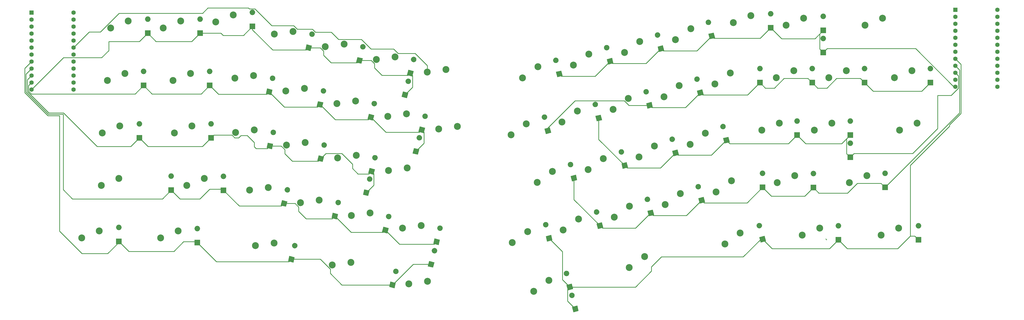
<source format=gbr>
%TF.GenerationSoftware,KiCad,Pcbnew,(5.1.7)-1*%
%TF.CreationDate,2021-08-08T11:48:14+10:00*%
%TF.ProjectId,ume,756d652e-6b69-4636-9164-5f7063625858,rev?*%
%TF.SameCoordinates,Original*%
%TF.FileFunction,Copper,L2,Bot*%
%TF.FilePolarity,Positive*%
%FSLAX46Y46*%
G04 Gerber Fmt 4.6, Leading zero omitted, Abs format (unit mm)*
G04 Created by KiCad (PCBNEW (5.1.7)-1) date 2021-08-08 11:48:14*
%MOMM*%
%LPD*%
G01*
G04 APERTURE LIST*
%TA.AperFunction,ComponentPad*%
%ADD10C,1.600000*%
%TD*%
%TA.AperFunction,ComponentPad*%
%ADD11R,1.600000X1.600000*%
%TD*%
%TA.AperFunction,ComponentPad*%
%ADD12C,2.500000*%
%TD*%
%TA.AperFunction,ComponentPad*%
%ADD13C,0.100000*%
%TD*%
%TA.AperFunction,ComponentPad*%
%ADD14O,2.000000X2.000000*%
%TD*%
%TA.AperFunction,ComponentPad*%
%ADD15R,2.000000X2.000000*%
%TD*%
%TA.AperFunction,Conductor*%
%ADD16C,0.250000*%
%TD*%
G04 APERTURE END LIST*
D10*
%TO.P,U2,24*%
%TO.N,Net-(U2-Pad24)*%
X388920000Y-95330000D03*
%TO.P,U2,23*%
%TO.N,Net-(U2-Pad23)*%
X388920000Y-97870000D03*
%TO.P,U2,22*%
%TO.N,Net-(U2-Pad22)*%
X388920000Y-100410000D03*
%TO.P,U2,21*%
%TO.N,Net-(U2-Pad21)*%
X388920000Y-102950000D03*
%TO.P,U2,20*%
%TO.N,Net-(U2-Pad20)*%
X388920000Y-105490000D03*
%TO.P,U2,19*%
%TO.N,Net-(SW32-Pad1)*%
X388920000Y-108030000D03*
%TO.P,U2,18*%
%TO.N,Net-(SW37-Pad1)*%
X388920000Y-110570000D03*
%TO.P,U2,17*%
%TO.N,Net-(SW42-Pad1)*%
X388920000Y-113110000D03*
%TO.P,U2,16*%
%TO.N,Net-(SW46-Pad1)*%
X388920000Y-115650000D03*
%TO.P,U2,15*%
%TO.N,Net-(SW50-Pad1)*%
X388920000Y-118190000D03*
%TO.P,U2,14*%
%TO.N,Net-(SW55-Pad1)*%
X388920000Y-120730000D03*
%TO.P,U2,13*%
%TO.N,Net-(SW60-Pad1)*%
X388920000Y-123270000D03*
%TO.P,U2,12*%
%TO.N,Net-(D32-Pad1)*%
X373680000Y-123270000D03*
%TO.P,U2,11*%
%TO.N,Net-(D33-Pad1)*%
X373680000Y-120730000D03*
%TO.P,U2,10*%
%TO.N,Net-(D34-Pad1)*%
X373680000Y-118190000D03*
%TO.P,U2,9*%
%TO.N,Net-(D35-Pad1)*%
X373680000Y-115650000D03*
%TO.P,U2,8*%
%TO.N,Net-(D36-Pad1)*%
X373680000Y-113110000D03*
%TO.P,U2,7*%
%TO.N,Net-(U2-Pad7)*%
X373680000Y-110570000D03*
%TO.P,U2,6*%
%TO.N,Net-(U2-Pad6)*%
X373680000Y-108030000D03*
%TO.P,U2,5*%
%TO.N,Net-(U2-Pad5)*%
X373680000Y-105490000D03*
%TO.P,U2,4*%
%TO.N,Net-(U2-Pad4)*%
X373680000Y-102950000D03*
%TO.P,U2,3*%
%TO.N,Net-(U2-Pad3)*%
X373680000Y-100410000D03*
%TO.P,U2,2*%
%TO.N,Net-(U2-Pad2)*%
X373680000Y-97870000D03*
D11*
%TO.P,U2,1*%
%TO.N,Net-(U2-Pad1)*%
X373680000Y-95330000D03*
%TD*%
D12*
%TO.P,SW61,2*%
%TO.N,Net-(D61-Pad2)*%
X357940000Y-117470000D03*
%TO.P,SW61,1*%
%TO.N,Net-(SW60-Pad1)*%
X351590000Y-120010000D03*
%TD*%
%TO.P,SW16,2*%
%TO.N,Net-(D16-Pad2)*%
X133512813Y-103191952D03*
%TO.P,SW16,1*%
%TO.N,Net-(SW16-Pad1)*%
X126736954Y-104120299D03*
%TD*%
%TO.P,SW1,2*%
%TO.N,Net-(D1-Pad2)*%
X73740000Y-99420000D03*
%TO.P,SW1,1*%
%TO.N,Net-(SW1-Pad1)*%
X67390000Y-101960000D03*
%TD*%
%TO.P,SW65,2*%
%TO.N,Net-(D65-Pad2)*%
X260975815Y-184922343D03*
%TO.P,SW65,1*%
%TO.N,Net-(SW42-Pad1)*%
X255428919Y-188923098D03*
%TD*%
%TO.P,SW59,2*%
%TO.N,Net-(D59-Pad2)*%
X324510000Y-174620000D03*
%TO.P,SW59,1*%
%TO.N,Net-(SW55-Pad1)*%
X318160000Y-177160000D03*
%TD*%
%TO.P,SW64,2*%
%TO.N,Net-(D64-Pad2)*%
X353090000Y-174620000D03*
%TO.P,SW64,1*%
%TO.N,Net-(SW60-Pad1)*%
X346740000Y-177160000D03*
%TD*%
%TO.P,SW62,2*%
%TO.N,Net-(D62-Pad2)*%
X359840000Y-136520000D03*
%TO.P,SW62,1*%
%TO.N,Net-(SW60-Pad1)*%
X353490000Y-139060000D03*
%TD*%
%TO.P,SW63,2*%
%TO.N,Net-(D63-Pad2)*%
X341640000Y-155570000D03*
%TO.P,SW63,1*%
%TO.N,Net-(SW60-Pad1)*%
X335290000Y-158110000D03*
%TD*%
%TO.P,SW10,2*%
%TO.N,Net-(D10-Pad2)*%
X91840000Y-175620000D03*
%TO.P,SW10,1*%
%TO.N,Net-(SW10-Pad1)*%
X85490000Y-178160000D03*
%TD*%
%TO.P,SW5,2*%
%TO.N,Net-(D5-Pad2)*%
X63240000Y-175620000D03*
%TO.P,SW5,1*%
%TO.N,Net-(SW1-Pad1)*%
X56890000Y-178160000D03*
%TD*%
%TO.P,SW60,2*%
%TO.N,Net-(D60-Pad2)*%
X347240000Y-98420000D03*
%TO.P,SW60,1*%
%TO.N,Net-(SW60-Pad1)*%
X340890000Y-100960000D03*
%TD*%
%TO.P,SW20,2*%
%TO.N,Net-(D20-Pad2)*%
X154460496Y-187025579D03*
%TO.P,SW20,1*%
%TO.N,Net-(SW16-Pad1)*%
X147684637Y-187953926D03*
%TD*%
%TO.P,SW4,2*%
%TO.N,Net-(D4-Pad2)*%
X70340000Y-156570000D03*
%TO.P,SW4,1*%
%TO.N,Net-(SW1-Pad1)*%
X63990000Y-159110000D03*
%TD*%
%TO.P,SW3,2*%
%TO.N,Net-(D3-Pad2)*%
X70640000Y-137520000D03*
%TO.P,SW3,1*%
%TO.N,Net-(SW1-Pad1)*%
X64290000Y-140060000D03*
%TD*%
%TO.P,SW2,2*%
%TO.N,Net-(D2-Pad2)*%
X72540000Y-118470000D03*
%TO.P,SW2,1*%
%TO.N,Net-(SW1-Pad1)*%
X66190000Y-121010000D03*
%TD*%
%TO.P,SW6,2*%
%TO.N,Net-(D6-Pad2)*%
X92790000Y-99420000D03*
%TO.P,SW6,1*%
%TO.N,Net-(SW10-Pad1)*%
X86440000Y-101960000D03*
%TD*%
%TO.P,SW7,2*%
%TO.N,Net-(D7-Pad2)*%
X96340000Y-118470000D03*
%TO.P,SW7,1*%
%TO.N,Net-(SW10-Pad1)*%
X89990000Y-121010000D03*
%TD*%
%TO.P,SW8,2*%
%TO.N,Net-(D8-Pad2)*%
X96840000Y-137520000D03*
%TO.P,SW8,1*%
%TO.N,Net-(SW10-Pad1)*%
X90490000Y-140060000D03*
%TD*%
%TO.P,SW9,2*%
%TO.N,Net-(D9-Pad2)*%
X101290000Y-156570000D03*
%TO.P,SW9,1*%
%TO.N,Net-(SW10-Pad1)*%
X94940000Y-159110000D03*
%TD*%
%TO.P,SW11,2*%
%TO.N,Net-(D11-Pad2)*%
X111840000Y-97220000D03*
%TO.P,SW11,1*%
%TO.N,Net-(SW11-Pad1)*%
X105490000Y-99760000D03*
%TD*%
%TO.P,SW12,2*%
%TO.N,Net-(D12-Pad2)*%
X119201244Y-119256867D03*
%TO.P,SW12,1*%
%TO.N,Net-(SW11-Pad1)*%
X112425385Y-120185214D03*
%TD*%
%TO.P,SW13,2*%
%TO.N,Net-(D13-Pad2)*%
X119444110Y-138950610D03*
%TO.P,SW13,1*%
%TO.N,Net-(SW11-Pad1)*%
X112668251Y-139878957D03*
%TD*%
%TO.P,SW14,2*%
%TO.N,Net-(D14-Pad2)*%
X124489941Y-159841866D03*
%TO.P,SW14,1*%
%TO.N,Net-(SW11-Pad1)*%
X117714082Y-160770213D03*
%TD*%
%TO.P,SW15,2*%
%TO.N,Net-(D15-Pad2)*%
X126673399Y-180019453D03*
%TO.P,SW15,1*%
%TO.N,Net-(SW11-Pad1)*%
X119897540Y-180947800D03*
%TD*%
%TO.P,SW17,2*%
%TO.N,Net-(D17-Pad2)*%
X137685377Y-123865479D03*
%TO.P,SW17,1*%
%TO.N,Net-(SW16-Pad1)*%
X130909518Y-124793826D03*
%TD*%
%TO.P,SW18,2*%
%TO.N,Net-(D18-Pad2)*%
X137928244Y-143559222D03*
%TO.P,SW18,1*%
%TO.N,Net-(SW16-Pad1)*%
X131152385Y-144487569D03*
%TD*%
%TO.P,SW19,2*%
%TO.N,Net-(D19-Pad2)*%
X142974074Y-164450478D03*
%TO.P,SW19,1*%
%TO.N,Net-(SW16-Pad1)*%
X136198215Y-165378825D03*
%TD*%
%TO.P,SW21,2*%
%TO.N,Net-(D21-Pad2)*%
X151996947Y-107800564D03*
%TO.P,SW21,1*%
%TO.N,Net-(SW21-Pad1)*%
X145221088Y-108728911D03*
%TD*%
%TO.P,SW22,2*%
%TO.N,Net-(D22-Pad2)*%
X156169511Y-128474091D03*
%TO.P,SW22,1*%
%TO.N,Net-(SW21-Pad1)*%
X149393652Y-129402438D03*
%TD*%
%TO.P,SW23,2*%
%TO.N,Net-(D23-Pad2)*%
X156412378Y-148167834D03*
%TO.P,SW23,1*%
%TO.N,Net-(SW21-Pad1)*%
X149636519Y-149096181D03*
%TD*%
%TO.P,SW24,2*%
%TO.N,Net-(D24-Pad2)*%
X161458208Y-169059090D03*
%TO.P,SW24,1*%
%TO.N,Net-(SW21-Pad1)*%
X154682349Y-169987437D03*
%TD*%
%TO.P,SW25,2*%
%TO.N,Net-(D25-Pad2)*%
X182247594Y-193931704D03*
%TO.P,SW25,1*%
%TO.N,Net-(SW21-Pad1)*%
X175471735Y-194860051D03*
%TD*%
%TO.P,SW26,2*%
%TO.N,Net-(D26-Pad2)*%
X170481080Y-112409176D03*
%TO.P,SW26,1*%
%TO.N,Net-(SW26-Pad1)*%
X163705221Y-113337523D03*
%TD*%
%TO.P,SW27,2*%
%TO.N,Net-(D27-Pad2)*%
X174653645Y-133082703D03*
%TO.P,SW27,1*%
%TO.N,Net-(SW26-Pad1)*%
X167877786Y-134011050D03*
%TD*%
%TO.P,SW28,2*%
%TO.N,Net-(D28-Pad2)*%
X174896511Y-152776446D03*
%TO.P,SW28,1*%
%TO.N,Net-(SW26-Pad1)*%
X168120652Y-153704793D03*
%TD*%
%TO.P,SW29,2*%
%TO.N,Net-(D29-Pad2)*%
X179942342Y-173667703D03*
%TO.P,SW29,1*%
%TO.N,Net-(SW26-Pad1)*%
X173166483Y-174596050D03*
%TD*%
%TO.P,SW30,2*%
%TO.N,Net-(D30-Pad2)*%
X188965214Y-117017788D03*
%TO.P,SW30,1*%
%TO.N,Net-(SW30-Pad1)*%
X182189355Y-117946135D03*
%TD*%
%TO.P,SW31,2*%
%TO.N,Net-(D31-Pad2)*%
X193137778Y-137691315D03*
%TO.P,SW31,1*%
%TO.N,Net-(SW30-Pad1)*%
X186361919Y-138619662D03*
%TD*%
%TO.P,SW32,2*%
%TO.N,Net-(D32-Pad2)*%
X222283070Y-116037831D03*
%TO.P,SW32,1*%
%TO.N,Net-(SW32-Pad1)*%
X216736174Y-120038586D03*
%TD*%
%TO.P,SW33,2*%
%TO.N,Net-(D33-Pad2)*%
X218110506Y-136711358D03*
%TO.P,SW33,1*%
%TO.N,Net-(SW32-Pad1)*%
X212563610Y-140712113D03*
%TD*%
%TO.P,SW34,2*%
%TO.N,Net-(D34-Pad2)*%
X236594639Y-132102746D03*
%TO.P,SW34,1*%
%TO.N,Net-(SW32-Pad1)*%
X231047743Y-136103501D03*
%TD*%
%TO.P,SW35,2*%
%TO.N,Net-(D35-Pad2)*%
X227570596Y-153985882D03*
%TO.P,SW35,1*%
%TO.N,Net-(SW32-Pad1)*%
X222023700Y-157986637D03*
%TD*%
%TO.P,SW36,2*%
%TO.N,Net-(D36-Pad2)*%
X218546553Y-175869018D03*
%TO.P,SW36,1*%
%TO.N,Net-(SW32-Pad1)*%
X212999657Y-179869773D03*
%TD*%
%TO.P,SW37,2*%
%TO.N,Net-(D37-Pad2)*%
X240767203Y-111429219D03*
%TO.P,SW37,1*%
%TO.N,Net-(SW37-Pad1)*%
X235220307Y-115429974D03*
%TD*%
%TO.P,SW38,2*%
%TO.N,Net-(D38-Pad2)*%
X255078773Y-127494133D03*
%TO.P,SW38,1*%
%TO.N,Net-(SW37-Pad1)*%
X249531877Y-131494888D03*
%TD*%
%TO.P,SW39,2*%
%TO.N,Net-(D39-Pad2)*%
X246054730Y-149377270D03*
%TO.P,SW39,1*%
%TO.N,Net-(SW37-Pad1)*%
X240507834Y-153378025D03*
%TD*%
%TO.P,SW40,2*%
%TO.N,Net-(D40-Pad2)*%
X237030687Y-171260406D03*
%TO.P,SW40,1*%
%TO.N,Net-(SW37-Pad1)*%
X231483791Y-175261161D03*
%TD*%
%TO.P,SW41,2*%
%TO.N,Net-(D41-Pad2)*%
X226321974Y-193562516D03*
%TO.P,SW41,1*%
%TO.N,Net-(SW37-Pad1)*%
X220775078Y-197563271D03*
%TD*%
%TO.P,SW42,2*%
%TO.N,Net-(D43-Pad2)*%
X259251337Y-106820607D03*
%TO.P,SW42,1*%
%TO.N,Net-(SW42-Pad1)*%
X253704441Y-110821362D03*
%TD*%
%TO.P,SW43,2*%
%TO.N,Net-(D44-Pad2)*%
X273562906Y-122885521D03*
%TO.P,SW43,1*%
%TO.N,Net-(SW42-Pad1)*%
X268016010Y-126886276D03*
%TD*%
%TO.P,SW44,2*%
%TO.N,Net-(D45-Pad2)*%
X264538863Y-144768658D03*
%TO.P,SW44,1*%
%TO.N,Net-(SW42-Pad1)*%
X258991967Y-148769413D03*
%TD*%
%TO.P,SW45,2*%
%TO.N,Net-(D42-Pad2)*%
X255514821Y-166651794D03*
%TO.P,SW45,1*%
%TO.N,Net-(SW42-Pad1)*%
X249967925Y-170652549D03*
%TD*%
%TO.P,SW46,2*%
%TO.N,Net-(D46-Pad2)*%
X277735470Y-102211995D03*
%TO.P,SW46,1*%
%TO.N,Net-(SW46-Pad1)*%
X272188574Y-106212750D03*
%TD*%
%TO.P,SW47,2*%
%TO.N,Net-(D47-Pad2)*%
X292047040Y-118276909D03*
%TO.P,SW47,1*%
%TO.N,Net-(SW46-Pad1)*%
X286500144Y-122277664D03*
%TD*%
%TO.P,SW48,2*%
%TO.N,Net-(D48-Pad2)*%
X283022997Y-140160045D03*
%TO.P,SW48,1*%
%TO.N,Net-(SW46-Pad1)*%
X277476101Y-144160800D03*
%TD*%
%TO.P,SW49,2*%
%TO.N,Net-(D49-Pad2)*%
X273998954Y-162043182D03*
%TO.P,SW49,1*%
%TO.N,Net-(SW46-Pad1)*%
X268452058Y-166043937D03*
%TD*%
%TO.P,SW50,2*%
%TO.N,Net-(D50-Pad2)*%
X299537490Y-97457231D03*
%TO.P,SW50,1*%
%TO.N,Net-(SW50-Pad1)*%
X293187490Y-99997231D03*
%TD*%
%TO.P,SW51,2*%
%TO.N,Net-(D51-Pad2)*%
X315090000Y-117470000D03*
%TO.P,SW51,1*%
%TO.N,Net-(SW50-Pad1)*%
X308740000Y-120010000D03*
%TD*%
%TO.P,SW52,2*%
%TO.N,Net-(D52-Pad2)*%
X309840000Y-136520000D03*
%TO.P,SW52,1*%
%TO.N,Net-(SW50-Pad1)*%
X303490000Y-139060000D03*
%TD*%
%TO.P,SW53,2*%
%TO.N,Net-(D53-Pad2)*%
X292483088Y-157434570D03*
%TO.P,SW53,1*%
%TO.N,Net-(SW50-Pad1)*%
X286936192Y-161435325D03*
%TD*%
%TO.P,SW54,2*%
%TO.N,Net-(D54-Pad2)*%
X295658941Y-176347785D03*
%TO.P,SW54,1*%
%TO.N,Net-(SW50-Pad1)*%
X290112045Y-180348540D03*
%TD*%
%TO.P,SW55,2*%
%TO.N,Net-(D55-Pad2)*%
X318640000Y-98420000D03*
%TO.P,SW55,1*%
%TO.N,Net-(SW55-Pad1)*%
X312290000Y-100960000D03*
%TD*%
%TO.P,SW56,2*%
%TO.N,Net-(D56-Pad2)*%
X334140000Y-117470000D03*
%TO.P,SW56,1*%
%TO.N,Net-(SW55-Pad1)*%
X327790000Y-120010000D03*
%TD*%
%TO.P,SW57,2*%
%TO.N,Net-(D57-Pad2)*%
X328890000Y-136520000D03*
%TO.P,SW57,1*%
%TO.N,Net-(SW55-Pad1)*%
X322540000Y-139060000D03*
%TD*%
%TO.P,SW58,2*%
%TO.N,Net-(D58-Pad2)*%
X315440000Y-155570000D03*
%TO.P,SW58,1*%
%TO.N,Net-(SW55-Pad1)*%
X309090000Y-158110000D03*
%TD*%
%TO.P,D65,2*%
%TO.N,Net-(D65-Pad2)*%
%TA.AperFunction,ComponentPad*%
G36*
G01*
X234884594Y-199962405D02*
X234884594Y-199962405D01*
G75*
G02*
X233672376Y-199234031I-241922J970296D01*
G01*
X233672376Y-199234031D01*
G75*
G02*
X234400750Y-198021813I970296J241922D01*
G01*
X234400750Y-198021813D01*
G75*
G02*
X235612968Y-198750187I241922J-970296D01*
G01*
X235612968Y-198750187D01*
G75*
G02*
X234884594Y-199962405I-970296J-241922D01*
G01*
G37*
%TD.AperFunction*%
%TA.AperFunction,ComponentPad*%
D13*
%TO.P,D65,1*%
%TO.N,Net-(D36-Pad1)*%
G36*
X237083853Y-204649585D02*
G01*
X235143261Y-205133429D01*
X234659417Y-203192837D01*
X236600009Y-202708993D01*
X237083853Y-204649585D01*
G37*
%TD.AperFunction*%
%TD*%
D11*
%TO.P,U1,1*%
%TO.N,Net-(U1-Pad1)*%
X38680000Y-96330000D03*
D10*
%TO.P,U1,2*%
%TO.N,Net-(U1-Pad2)*%
X38680000Y-98870000D03*
%TO.P,U1,3*%
%TO.N,Net-(U1-Pad3)*%
X38680000Y-101410000D03*
%TO.P,U1,4*%
%TO.N,Net-(U1-Pad4)*%
X38680000Y-103950000D03*
%TO.P,U1,5*%
%TO.N,Net-(U1-Pad5)*%
X38680000Y-106490000D03*
%TO.P,U1,6*%
%TO.N,Net-(U1-Pad6)*%
X38680000Y-109030000D03*
%TO.P,U1,7*%
%TO.N,Net-(U1-Pad7)*%
X38680000Y-111570000D03*
%TO.P,U1,8*%
%TO.N,Net-(D10-Pad1)*%
X38680000Y-114110000D03*
%TO.P,U1,9*%
%TO.N,Net-(D14-Pad1)*%
X38680000Y-116650000D03*
%TO.P,U1,10*%
%TO.N,Net-(D13-Pad1)*%
X38680000Y-119190000D03*
%TO.P,U1,11*%
%TO.N,Net-(D12-Pad1)*%
X38680000Y-121730000D03*
%TO.P,U1,12*%
%TO.N,Net-(D1-Pad1)*%
X38680000Y-124270000D03*
%TO.P,U1,13*%
%TO.N,Net-(SW1-Pad1)*%
X53920000Y-124270000D03*
%TO.P,U1,14*%
%TO.N,Net-(SW10-Pad1)*%
X53920000Y-121730000D03*
%TO.P,U1,15*%
%TO.N,Net-(SW11-Pad1)*%
X53920000Y-119190000D03*
%TO.P,U1,16*%
%TO.N,Net-(SW16-Pad1)*%
X53920000Y-116650000D03*
%TO.P,U1,17*%
%TO.N,Net-(SW21-Pad1)*%
X53920000Y-114110000D03*
%TO.P,U1,18*%
%TO.N,Net-(SW26-Pad1)*%
X53920000Y-111570000D03*
%TO.P,U1,19*%
%TO.N,Net-(SW30-Pad1)*%
X53920000Y-109030000D03*
%TO.P,U1,20*%
%TO.N,Net-(U1-Pad20)*%
X53920000Y-106490000D03*
%TO.P,U1,21*%
%TO.N,Net-(U1-Pad21)*%
X53920000Y-103950000D03*
%TO.P,U1,22*%
%TO.N,Net-(U1-Pad22)*%
X53920000Y-101410000D03*
%TO.P,U1,23*%
%TO.N,Net-(U1-Pad23)*%
X53920000Y-98870000D03*
%TO.P,U1,24*%
%TO.N,Net-(U1-Pad24)*%
X53920000Y-96330000D03*
%TD*%
D14*
%TO.P,D64,2*%
%TO.N,Net-(D64-Pad2)*%
X360300000Y-173720000D03*
D15*
%TO.P,D64,1*%
%TO.N,Net-(D36-Pad1)*%
X360300000Y-178800000D03*
%TD*%
D14*
%TO.P,D63,2*%
%TO.N,Net-(D63-Pad2)*%
X348200000Y-154720000D03*
D15*
%TO.P,D63,1*%
%TO.N,Net-(D35-Pad1)*%
X348200000Y-159800000D03*
%TD*%
D14*
%TO.P,D62,2*%
%TO.N,Net-(D62-Pad2)*%
X335600000Y-143800000D03*
D15*
%TO.P,D62,1*%
%TO.N,Net-(D34-Pad1)*%
X335600000Y-148880000D03*
%TD*%
D14*
%TO.P,D61,2*%
%TO.N,Net-(D61-Pad2)*%
X364600000Y-116720000D03*
D15*
%TO.P,D61,1*%
%TO.N,Net-(D33-Pad1)*%
X364600000Y-121800000D03*
%TD*%
D14*
%TO.P,D60,2*%
%TO.N,Net-(D60-Pad2)*%
X325800000Y-105800000D03*
D15*
%TO.P,D60,1*%
%TO.N,Net-(D32-Pad1)*%
X325800000Y-110880000D03*
%TD*%
D14*
%TO.P,D59,2*%
%TO.N,Net-(D59-Pad2)*%
X331300000Y-173720000D03*
D15*
%TO.P,D59,1*%
%TO.N,Net-(D36-Pad1)*%
X331300000Y-178800000D03*
%TD*%
D14*
%TO.P,D58,2*%
%TO.N,Net-(D58-Pad2)*%
X322200000Y-154800000D03*
D15*
%TO.P,D58,1*%
%TO.N,Net-(D35-Pad1)*%
X322200000Y-159880000D03*
%TD*%
D14*
%TO.P,D57,2*%
%TO.N,Net-(D57-Pad2)*%
X335600000Y-135720000D03*
D15*
%TO.P,D57,1*%
%TO.N,Net-(D34-Pad1)*%
X335600000Y-140800000D03*
%TD*%
D14*
%TO.P,D56,2*%
%TO.N,Net-(D56-Pad2)*%
X340800000Y-116720000D03*
D15*
%TO.P,D56,1*%
%TO.N,Net-(D33-Pad1)*%
X340800000Y-121800000D03*
%TD*%
D14*
%TO.P,D55,2*%
%TO.N,Net-(D55-Pad2)*%
X325800000Y-97720000D03*
D15*
%TO.P,D55,1*%
%TO.N,Net-(D32-Pad1)*%
X325800000Y-102800000D03*
%TD*%
%TO.P,D54,2*%
%TO.N,Net-(D54-Pad2)*%
%TA.AperFunction,ComponentPad*%
G36*
G01*
X302824511Y-174664271D02*
X302824511Y-174664271D01*
G75*
G02*
X301612293Y-173935897I-241922J970296D01*
G01*
X301612293Y-173935897D01*
G75*
G02*
X302340667Y-172723679I970296J241922D01*
G01*
X302340667Y-172723679D01*
G75*
G02*
X303552885Y-173452053I241922J-970296D01*
G01*
X303552885Y-173452053D01*
G75*
G02*
X302824511Y-174664271I-970296J-241922D01*
G01*
G37*
%TD.AperFunction*%
%TA.AperFunction,ComponentPad*%
D13*
%TO.P,D54,1*%
%TO.N,Net-(D36-Pad1)*%
G36*
X305023770Y-179351451D02*
G01*
X303083178Y-179835295D01*
X302599334Y-177894703D01*
X304539926Y-177410859D01*
X305023770Y-179351451D01*
G37*
%TD.AperFunction*%
%TD*%
D14*
%TO.P,D53,2*%
%TO.N,Net-(D53-Pad2)*%
X303800000Y-154720000D03*
D15*
%TO.P,D53,1*%
%TO.N,Net-(D35-Pad1)*%
X303800000Y-159800000D03*
%TD*%
D14*
%TO.P,D52,2*%
%TO.N,Net-(D52-Pad2)*%
X316300000Y-135720000D03*
D15*
%TO.P,D52,1*%
%TO.N,Net-(D34-Pad1)*%
X316300000Y-140800000D03*
%TD*%
D14*
%TO.P,D51,2*%
%TO.N,Net-(D51-Pad2)*%
X321800000Y-116720000D03*
D15*
%TO.P,D51,1*%
%TO.N,Net-(D33-Pad1)*%
X321800000Y-121800000D03*
%TD*%
D14*
%TO.P,D50,2*%
%TO.N,Net-(D50-Pad2)*%
X306747490Y-96757230D03*
D15*
%TO.P,D50,1*%
%TO.N,Net-(D32-Pad1)*%
X306747490Y-101837230D03*
%TD*%
%TO.P,D49,2*%
%TO.N,Net-(D49-Pad2)*%
%TA.AperFunction,ComponentPad*%
G36*
G01*
X280691471Y-160529143D02*
X280691471Y-160529143D01*
G75*
G02*
X279479253Y-159800769I-241922J970296D01*
G01*
X279479253Y-159800769D01*
G75*
G02*
X280207627Y-158588551I970296J241922D01*
G01*
X280207627Y-158588551D01*
G75*
G02*
X281419845Y-159316925I241922J-970296D01*
G01*
X281419845Y-159316925D01*
G75*
G02*
X280691471Y-160529143I-970296J-241922D01*
G01*
G37*
%TD.AperFunction*%
%TA.AperFunction,ComponentPad*%
D13*
%TO.P,D49,1*%
%TO.N,Net-(D35-Pad1)*%
G36*
X282890730Y-165216323D02*
G01*
X280950138Y-165700167D01*
X280466294Y-163759575D01*
X282406886Y-163275731D01*
X282890730Y-165216323D01*
G37*
%TD.AperFunction*%
%TD*%
%TO.P,D48,2*%
%TO.N,Net-(D48-Pad2)*%
%TA.AperFunction,ComponentPad*%
G36*
G01*
X289679096Y-138706617D02*
X289679096Y-138706617D01*
G75*
G02*
X288466878Y-137978243I-241922J970296D01*
G01*
X288466878Y-137978243D01*
G75*
G02*
X289195252Y-136766025I970296J241922D01*
G01*
X289195252Y-136766025D01*
G75*
G02*
X290407470Y-137494399I241922J-970296D01*
G01*
X290407470Y-137494399D01*
G75*
G02*
X289679096Y-138706617I-970296J-241922D01*
G01*
G37*
%TD.AperFunction*%
%TA.AperFunction,ComponentPad*%
%TO.P,D48,1*%
%TO.N,Net-(D34-Pad1)*%
G36*
X291878355Y-143393797D02*
G01*
X289937763Y-143877641D01*
X289453919Y-141937049D01*
X291394511Y-141453205D01*
X291878355Y-143393797D01*
G37*
%TD.AperFunction*%
%TD*%
D14*
%TO.P,D47,2*%
%TO.N,Net-(D47-Pad2)*%
X302800000Y-116720000D03*
D15*
%TO.P,D47,1*%
%TO.N,Net-(D33-Pad1)*%
X302800000Y-121800000D03*
%TD*%
%TO.P,D46,2*%
%TO.N,Net-(D46-Pad2)*%
%TA.AperFunction,ComponentPad*%
G36*
G01*
X284367246Y-100867692D02*
X284367246Y-100867692D01*
G75*
G02*
X283155028Y-100139318I-241922J970296D01*
G01*
X283155028Y-100139318D01*
G75*
G02*
X283883402Y-98927100I970296J241922D01*
G01*
X283883402Y-98927100D01*
G75*
G02*
X285095620Y-99655474I241922J-970296D01*
G01*
X285095620Y-99655474D01*
G75*
G02*
X284367246Y-100867692I-970296J-241922D01*
G01*
G37*
%TD.AperFunction*%
%TA.AperFunction,ComponentPad*%
D13*
%TO.P,D46,1*%
%TO.N,Net-(D32-Pad1)*%
G36*
X286566505Y-105554872D02*
G01*
X284625913Y-106038716D01*
X284142069Y-104098124D01*
X286082661Y-103614280D01*
X286566505Y-105554872D01*
G37*
%TD.AperFunction*%
%TD*%
%TO.P,D45,2*%
%TO.N,Net-(D45-Pad2)*%
%TA.AperFunction,ComponentPad*%
G36*
G01*
X271243477Y-143303133D02*
X271243477Y-143303133D01*
G75*
G02*
X270031259Y-142574759I-241922J970296D01*
G01*
X270031259Y-142574759D01*
G75*
G02*
X270759633Y-141362541I970296J241922D01*
G01*
X270759633Y-141362541D01*
G75*
G02*
X271971851Y-142090915I241922J-970296D01*
G01*
X271971851Y-142090915D01*
G75*
G02*
X271243477Y-143303133I-970296J-241922D01*
G01*
G37*
%TD.AperFunction*%
%TA.AperFunction,ComponentPad*%
%TO.P,D45,1*%
%TO.N,Net-(D34-Pad1)*%
G36*
X273442736Y-147990313D02*
G01*
X271502144Y-148474157D01*
X271018300Y-146533565D01*
X272958892Y-146049721D01*
X273442736Y-147990313D01*
G37*
%TD.AperFunction*%
%TD*%
%TO.P,D44,2*%
%TO.N,Net-(D44-Pad2)*%
%TA.AperFunction,ComponentPad*%
G36*
G01*
X280231101Y-121480608D02*
X280231101Y-121480608D01*
G75*
G02*
X279018883Y-120752234I-241922J970296D01*
G01*
X279018883Y-120752234D01*
G75*
G02*
X279747257Y-119540016I970296J241922D01*
G01*
X279747257Y-119540016D01*
G75*
G02*
X280959475Y-120268390I241922J-970296D01*
G01*
X280959475Y-120268390D01*
G75*
G02*
X280231101Y-121480608I-970296J-241922D01*
G01*
G37*
%TD.AperFunction*%
%TA.AperFunction,ComponentPad*%
%TO.P,D44,1*%
%TO.N,Net-(D33-Pad1)*%
G36*
X282430360Y-126167788D02*
G01*
X280489768Y-126651632D01*
X280005924Y-124711040D01*
X281946516Y-124227196D01*
X282430360Y-126167788D01*
G37*
%TD.AperFunction*%
%TD*%
%TO.P,D43,2*%
%TO.N,Net-(D43-Pad2)*%
%TA.AperFunction,ComponentPad*%
G36*
G01*
X265931628Y-105464208D02*
X265931628Y-105464208D01*
G75*
G02*
X264719410Y-104735834I-241922J970296D01*
G01*
X264719410Y-104735834D01*
G75*
G02*
X265447784Y-103523616I970296J241922D01*
G01*
X265447784Y-103523616D01*
G75*
G02*
X266660002Y-104251990I241922J-970296D01*
G01*
X266660002Y-104251990D01*
G75*
G02*
X265931628Y-105464208I-970296J-241922D01*
G01*
G37*
%TD.AperFunction*%
%TA.AperFunction,ComponentPad*%
%TO.P,D43,1*%
%TO.N,Net-(D32-Pad1)*%
G36*
X268130887Y-110151388D02*
G01*
X266190295Y-110635232D01*
X265706451Y-108694640D01*
X267647043Y-108210796D01*
X268130887Y-110151388D01*
G37*
%TD.AperFunction*%
%TD*%
%TO.P,D42,2*%
%TO.N,Net-(D42-Pad2)*%
%TA.AperFunction,ComponentPad*%
G36*
G01*
X262255853Y-165125659D02*
X262255853Y-165125659D01*
G75*
G02*
X261043635Y-164397285I-241922J970296D01*
G01*
X261043635Y-164397285D01*
G75*
G02*
X261772009Y-163185067I970296J241922D01*
G01*
X261772009Y-163185067D01*
G75*
G02*
X262984227Y-163913441I241922J-970296D01*
G01*
X262984227Y-163913441D01*
G75*
G02*
X262255853Y-165125659I-970296J-241922D01*
G01*
G37*
%TD.AperFunction*%
%TA.AperFunction,ComponentPad*%
%TO.P,D42,1*%
%TO.N,Net-(D35-Pad1)*%
G36*
X264455112Y-169812839D02*
G01*
X262514520Y-170296683D01*
X262030676Y-168356091D01*
X263971268Y-167872247D01*
X264455112Y-169812839D01*
G37*
%TD.AperFunction*%
%TD*%
%TO.P,D41,2*%
%TO.N,Net-(D41-Pad2)*%
%TA.AperFunction,ComponentPad*%
G36*
G01*
X232905366Y-192024155D02*
X232905366Y-192024155D01*
G75*
G02*
X231693148Y-191295781I-241922J970296D01*
G01*
X231693148Y-191295781D01*
G75*
G02*
X232421522Y-190083563I970296J241922D01*
G01*
X232421522Y-190083563D01*
G75*
G02*
X233633740Y-190811937I241922J-970296D01*
G01*
X233633740Y-190811937D01*
G75*
G02*
X232905366Y-192024155I-970296J-241922D01*
G01*
G37*
%TD.AperFunction*%
%TA.AperFunction,ComponentPad*%
%TO.P,D41,1*%
%TO.N,Net-(D36-Pad1)*%
G36*
X235104625Y-196711335D02*
G01*
X233164033Y-197195179D01*
X232680189Y-195254587D01*
X234620781Y-194770743D01*
X235104625Y-196711335D01*
G37*
%TD.AperFunction*%
%TD*%
%TO.P,D40,2*%
%TO.N,Net-(D40-Pad2)*%
%TA.AperFunction,ComponentPad*%
G36*
G01*
X243820234Y-169722175D02*
X243820234Y-169722175D01*
G75*
G02*
X242608016Y-168993801I-241922J970296D01*
G01*
X242608016Y-168993801D01*
G75*
G02*
X243336390Y-167781583I970296J241922D01*
G01*
X243336390Y-167781583D01*
G75*
G02*
X244548608Y-168509957I241922J-970296D01*
G01*
X244548608Y-168509957D01*
G75*
G02*
X243820234Y-169722175I-970296J-241922D01*
G01*
G37*
%TD.AperFunction*%
%TA.AperFunction,ComponentPad*%
%TO.P,D40,1*%
%TO.N,Net-(D35-Pad1)*%
G36*
X246019493Y-174409355D02*
G01*
X244078901Y-174893199D01*
X243595057Y-172952607D01*
X245535649Y-172468763D01*
X246019493Y-174409355D01*
G37*
%TD.AperFunction*%
%TD*%
%TO.P,D39,2*%
%TO.N,Net-(D39-Pad2)*%
%TA.AperFunction,ComponentPad*%
G36*
G01*
X252807858Y-147899649D02*
X252807858Y-147899649D01*
G75*
G02*
X251595640Y-147171275I-241922J970296D01*
G01*
X251595640Y-147171275D01*
G75*
G02*
X252324014Y-145959057I970296J241922D01*
G01*
X252324014Y-145959057D01*
G75*
G02*
X253536232Y-146687431I241922J-970296D01*
G01*
X253536232Y-146687431D01*
G75*
G02*
X252807858Y-147899649I-970296J-241922D01*
G01*
G37*
%TD.AperFunction*%
%TA.AperFunction,ComponentPad*%
%TO.P,D39,1*%
%TO.N,Net-(D34-Pad1)*%
G36*
X255007117Y-152586829D02*
G01*
X253066525Y-153070673D01*
X252582681Y-151130081D01*
X254523273Y-150646237D01*
X255007117Y-152586829D01*
G37*
%TD.AperFunction*%
%TD*%
%TO.P,D38,2*%
%TO.N,Net-(D38-Pad2)*%
%TA.AperFunction,ComponentPad*%
G36*
G01*
X261795482Y-126077124D02*
X261795482Y-126077124D01*
G75*
G02*
X260583264Y-125348750I-241922J970296D01*
G01*
X260583264Y-125348750D01*
G75*
G02*
X261311638Y-124136532I970296J241922D01*
G01*
X261311638Y-124136532D01*
G75*
G02*
X262523856Y-124864906I241922J-970296D01*
G01*
X262523856Y-124864906D01*
G75*
G02*
X261795482Y-126077124I-970296J-241922D01*
G01*
G37*
%TD.AperFunction*%
%TA.AperFunction,ComponentPad*%
%TO.P,D38,1*%
%TO.N,Net-(D33-Pad1)*%
G36*
X263994741Y-130764304D02*
G01*
X262054149Y-131248148D01*
X261570305Y-129307556D01*
X263510897Y-128823712D01*
X263994741Y-130764304D01*
G37*
%TD.AperFunction*%
%TD*%
%TO.P,D37,2*%
%TO.N,Net-(D37-Pad2)*%
%TA.AperFunction,ComponentPad*%
G36*
G01*
X247496009Y-110060724D02*
X247496009Y-110060724D01*
G75*
G02*
X246283791Y-109332350I-241922J970296D01*
G01*
X246283791Y-109332350D01*
G75*
G02*
X247012165Y-108120132I970296J241922D01*
G01*
X247012165Y-108120132D01*
G75*
G02*
X248224383Y-108848506I241922J-970296D01*
G01*
X248224383Y-108848506D01*
G75*
G02*
X247496009Y-110060724I-970296J-241922D01*
G01*
G37*
%TD.AperFunction*%
%TA.AperFunction,ComponentPad*%
%TO.P,D37,1*%
%TO.N,Net-(D32-Pad1)*%
G36*
X249695268Y-114747904D02*
G01*
X247754676Y-115231748D01*
X247270832Y-113291156D01*
X249211424Y-112807312D01*
X249695268Y-114747904D01*
G37*
%TD.AperFunction*%
%TD*%
%TO.P,D36,2*%
%TO.N,Net-(D36-Pad2)*%
%TA.AperFunction,ComponentPad*%
G36*
G01*
X225384615Y-174318691D02*
X225384615Y-174318691D01*
G75*
G02*
X224172397Y-173590317I-241922J970296D01*
G01*
X224172397Y-173590317D01*
G75*
G02*
X224900771Y-172378099I970296J241922D01*
G01*
X224900771Y-172378099D01*
G75*
G02*
X226112989Y-173106473I241922J-970296D01*
G01*
X226112989Y-173106473D01*
G75*
G02*
X225384615Y-174318691I-970296J-241922D01*
G01*
G37*
%TD.AperFunction*%
%TA.AperFunction,ComponentPad*%
%TO.P,D36,1*%
%TO.N,Net-(D36-Pad1)*%
G36*
X227583874Y-179005871D02*
G01*
X225643282Y-179489715D01*
X225159438Y-177549123D01*
X227100030Y-177065279D01*
X227583874Y-179005871D01*
G37*
%TD.AperFunction*%
%TD*%
%TO.P,D35,2*%
%TO.N,Net-(D35-Pad2)*%
%TA.AperFunction,ComponentPad*%
G36*
G01*
X234372239Y-152496165D02*
X234372239Y-152496165D01*
G75*
G02*
X233160021Y-151767791I-241922J970296D01*
G01*
X233160021Y-151767791D01*
G75*
G02*
X233888395Y-150555573I970296J241922D01*
G01*
X233888395Y-150555573D01*
G75*
G02*
X235100613Y-151283947I241922J-970296D01*
G01*
X235100613Y-151283947D01*
G75*
G02*
X234372239Y-152496165I-970296J-241922D01*
G01*
G37*
%TD.AperFunction*%
%TA.AperFunction,ComponentPad*%
%TO.P,D35,1*%
%TO.N,Net-(D35-Pad1)*%
G36*
X236571498Y-157183345D02*
G01*
X234630906Y-157667189D01*
X234147062Y-155726597D01*
X236087654Y-155242753D01*
X236571498Y-157183345D01*
G37*
%TD.AperFunction*%
%TD*%
%TO.P,D34,2*%
%TO.N,Net-(D34-Pad2)*%
%TA.AperFunction,ComponentPad*%
G36*
G01*
X243359863Y-130673640D02*
X243359863Y-130673640D01*
G75*
G02*
X242147645Y-129945266I-241922J970296D01*
G01*
X242147645Y-129945266D01*
G75*
G02*
X242876019Y-128733048I970296J241922D01*
G01*
X242876019Y-128733048D01*
G75*
G02*
X244088237Y-129461422I241922J-970296D01*
G01*
X244088237Y-129461422D01*
G75*
G02*
X243359863Y-130673640I-970296J-241922D01*
G01*
G37*
%TD.AperFunction*%
%TA.AperFunction,ComponentPad*%
%TO.P,D34,1*%
%TO.N,Net-(D34-Pad1)*%
G36*
X245559122Y-135360820D02*
G01*
X243618530Y-135844664D01*
X243134686Y-133904072D01*
X245075278Y-133420228D01*
X245559122Y-135360820D01*
G37*
%TD.AperFunction*%
%TD*%
%TO.P,D33,2*%
%TO.N,Net-(D33-Pad2)*%
%TA.AperFunction,ComponentPad*%
G36*
G01*
X224924244Y-135270156D02*
X224924244Y-135270156D01*
G75*
G02*
X223712026Y-134541782I-241922J970296D01*
G01*
X223712026Y-134541782D01*
G75*
G02*
X224440400Y-133329564I970296J241922D01*
G01*
X224440400Y-133329564D01*
G75*
G02*
X225652618Y-134057938I241922J-970296D01*
G01*
X225652618Y-134057938D01*
G75*
G02*
X224924244Y-135270156I-970296J-241922D01*
G01*
G37*
%TD.AperFunction*%
%TA.AperFunction,ComponentPad*%
%TO.P,D33,1*%
%TO.N,Net-(D33-Pad1)*%
G36*
X227123503Y-139957336D02*
G01*
X225182911Y-140441180D01*
X224699067Y-138500588D01*
X226639659Y-138016744D01*
X227123503Y-139957336D01*
G37*
%TD.AperFunction*%
%TD*%
%TO.P,D32,2*%
%TO.N,Net-(D32-Pad2)*%
%TA.AperFunction,ComponentPad*%
G36*
G01*
X229060390Y-114657240D02*
X229060390Y-114657240D01*
G75*
G02*
X227848172Y-113928866I-241922J970296D01*
G01*
X227848172Y-113928866D01*
G75*
G02*
X228576546Y-112716648I970296J241922D01*
G01*
X228576546Y-112716648D01*
G75*
G02*
X229788764Y-113445022I241922J-970296D01*
G01*
X229788764Y-113445022D01*
G75*
G02*
X229060390Y-114657240I-970296J-241922D01*
G01*
G37*
%TD.AperFunction*%
%TA.AperFunction,ComponentPad*%
%TO.P,D32,1*%
%TO.N,Net-(D32-Pad1)*%
G36*
X231259649Y-119344420D02*
G01*
X229319057Y-119828264D01*
X228835213Y-117887672D01*
X230775805Y-117403828D01*
X231259649Y-119344420D01*
G37*
%TD.AperFunction*%
%TD*%
%TO.P,D31,2*%
%TO.N,Net-(D31-Pad2)*%
%TA.AperFunction,ComponentPad*%
G36*
G01*
X179058078Y-142770296D02*
X179058078Y-142770296D01*
G75*
G02*
X178329704Y-141558078I241922J970296D01*
G01*
X178329704Y-141558078D01*
G75*
G02*
X179541922Y-140829704I970296J-241922D01*
G01*
X179541922Y-140829704D01*
G75*
G02*
X180270296Y-142041922I-241922J-970296D01*
G01*
X180270296Y-142041922D01*
G75*
G02*
X179058078Y-142770296I-970296J241922D01*
G01*
G37*
%TD.AperFunction*%
%TA.AperFunction,ComponentPad*%
%TO.P,D31,1*%
%TO.N,Net-(D12-Pad1)*%
G36*
X178799411Y-147941320D02*
G01*
X176858819Y-147457476D01*
X177342663Y-145516884D01*
X179283255Y-146000728D01*
X178799411Y-147941320D01*
G37*
%TD.AperFunction*%
%TD*%
%TO.P,D30,2*%
%TO.N,Net-(D30-Pad2)*%
%TA.AperFunction,ComponentPad*%
G36*
G01*
X175058078Y-122270296D02*
X175058078Y-122270296D01*
G75*
G02*
X174329704Y-121058078I241922J970296D01*
G01*
X174329704Y-121058078D01*
G75*
G02*
X175541922Y-120329704I970296J-241922D01*
G01*
X175541922Y-120329704D01*
G75*
G02*
X176270296Y-121541922I-241922J-970296D01*
G01*
X176270296Y-121541922D01*
G75*
G02*
X175058078Y-122270296I-970296J241922D01*
G01*
G37*
%TD.AperFunction*%
%TA.AperFunction,ComponentPad*%
%TO.P,D30,1*%
%TO.N,Net-(D1-Pad1)*%
G36*
X174799411Y-127441320D02*
G01*
X172858819Y-126957476D01*
X173342663Y-125016884D01*
X175283255Y-125500728D01*
X174799411Y-127441320D01*
G37*
%TD.AperFunction*%
%TD*%
%TO.P,D29,2*%
%TO.N,Net-(D29-Pad2)*%
%TA.AperFunction,ComponentPad*%
G36*
G01*
X186558078Y-175581697D02*
X186558078Y-175581697D01*
G75*
G02*
X185829704Y-174369479I241922J970296D01*
G01*
X185829704Y-174369479D01*
G75*
G02*
X187041922Y-173641105I970296J-241922D01*
G01*
X187041922Y-173641105D01*
G75*
G02*
X187770296Y-174853323I-241922J-970296D01*
G01*
X187770296Y-174853323D01*
G75*
G02*
X186558078Y-175581697I-970296J241922D01*
G01*
G37*
%TD.AperFunction*%
%TA.AperFunction,ComponentPad*%
%TO.P,D29,1*%
%TO.N,Net-(D14-Pad1)*%
G36*
X186299411Y-180752721D02*
G01*
X184358819Y-180268877D01*
X184842663Y-178328285D01*
X186783255Y-178812129D01*
X186299411Y-180752721D01*
G37*
%TD.AperFunction*%
%TD*%
%TO.P,D28,2*%
%TO.N,Net-(D28-Pad2)*%
%TA.AperFunction,ComponentPad*%
G36*
G01*
X161058078Y-157770296D02*
X161058078Y-157770296D01*
G75*
G02*
X160329704Y-156558078I241922J970296D01*
G01*
X160329704Y-156558078D01*
G75*
G02*
X161541922Y-155829704I970296J-241922D01*
G01*
X161541922Y-155829704D01*
G75*
G02*
X162270296Y-157041922I-241922J-970296D01*
G01*
X162270296Y-157041922D01*
G75*
G02*
X161058078Y-157770296I-970296J241922D01*
G01*
G37*
%TD.AperFunction*%
%TA.AperFunction,ComponentPad*%
%TO.P,D28,1*%
%TO.N,Net-(D13-Pad1)*%
G36*
X160799411Y-162941320D02*
G01*
X158858819Y-162457476D01*
X159342663Y-160516884D01*
X161283255Y-161000728D01*
X160799411Y-162941320D01*
G37*
%TD.AperFunction*%
%TD*%
%TO.P,D27,2*%
%TO.N,Net-(D27-Pad2)*%
%TA.AperFunction,ComponentPad*%
G36*
G01*
X181152363Y-134960670D02*
X181152363Y-134960670D01*
G75*
G02*
X180423989Y-133748452I241922J970296D01*
G01*
X180423989Y-133748452D01*
G75*
G02*
X181636207Y-133020078I970296J-241922D01*
G01*
X181636207Y-133020078D01*
G75*
G02*
X182364581Y-134232296I-241922J-970296D01*
G01*
X182364581Y-134232296D01*
G75*
G02*
X181152363Y-134960670I-970296J241922D01*
G01*
G37*
%TD.AperFunction*%
%TA.AperFunction,ComponentPad*%
%TO.P,D27,1*%
%TO.N,Net-(D12-Pad1)*%
G36*
X180893696Y-140131694D02*
G01*
X178953104Y-139647850D01*
X179436948Y-137707258D01*
X181377540Y-138191102D01*
X180893696Y-140131694D01*
G37*
%TD.AperFunction*%
%TD*%
%TO.P,D26,2*%
%TO.N,Net-(D26-Pad2)*%
%TA.AperFunction,ComponentPad*%
G36*
G01*
X177016218Y-114347754D02*
X177016218Y-114347754D01*
G75*
G02*
X176287844Y-113135536I241922J970296D01*
G01*
X176287844Y-113135536D01*
G75*
G02*
X177500062Y-112407162I970296J-241922D01*
G01*
X177500062Y-112407162D01*
G75*
G02*
X178228436Y-113619380I-241922J-970296D01*
G01*
X178228436Y-113619380D01*
G75*
G02*
X177016218Y-114347754I-970296J241922D01*
G01*
G37*
%TD.AperFunction*%
%TA.AperFunction,ComponentPad*%
%TO.P,D26,1*%
%TO.N,Net-(D1-Pad1)*%
G36*
X176757551Y-119518778D02*
G01*
X174816959Y-119034934D01*
X175300803Y-117094342D01*
X177241395Y-117578186D01*
X176757551Y-119518778D01*
G37*
%TD.AperFunction*%
%TD*%
%TO.P,D25,2*%
%TO.N,Net-(D25-Pad2)*%
%TA.AperFunction,ComponentPad*%
G36*
G01*
X184558078Y-183770296D02*
X184558078Y-183770296D01*
G75*
G02*
X183829704Y-182558078I241922J970296D01*
G01*
X183829704Y-182558078D01*
G75*
G02*
X185041922Y-181829704I970296J-241922D01*
G01*
X185041922Y-181829704D01*
G75*
G02*
X185770296Y-183041922I-241922J-970296D01*
G01*
X185770296Y-183041922D01*
G75*
G02*
X184558078Y-183770296I-970296J241922D01*
G01*
G37*
%TD.AperFunction*%
%TA.AperFunction,ComponentPad*%
%TO.P,D25,1*%
%TO.N,Net-(D10-Pad1)*%
G36*
X184299411Y-188941320D02*
G01*
X182358819Y-188457476D01*
X182842663Y-186516884D01*
X184783255Y-187000728D01*
X184299411Y-188941320D01*
G37*
%TD.AperFunction*%
%TD*%
%TO.P,D24,2*%
%TO.N,Net-(D24-Pad2)*%
%TA.AperFunction,ComponentPad*%
G36*
G01*
X167957187Y-171349368D02*
X167957187Y-171349368D01*
G75*
G02*
X167228813Y-170137150I241922J970296D01*
G01*
X167228813Y-170137150D01*
G75*
G02*
X168441031Y-169408776I970296J-241922D01*
G01*
X168441031Y-169408776D01*
G75*
G02*
X169169405Y-170620994I-241922J-970296D01*
G01*
X169169405Y-170620994D01*
G75*
G02*
X167957187Y-171349368I-970296J241922D01*
G01*
G37*
%TD.AperFunction*%
%TA.AperFunction,ComponentPad*%
%TO.P,D24,1*%
%TO.N,Net-(D14-Pad1)*%
G36*
X167698520Y-176520392D02*
G01*
X165757928Y-176036548D01*
X166241772Y-174095956D01*
X168182364Y-174579800D01*
X167698520Y-176520392D01*
G37*
%TD.AperFunction*%
%TD*%
%TO.P,D23,2*%
%TO.N,Net-(D23-Pad2)*%
%TA.AperFunction,ComponentPad*%
G36*
G01*
X162971707Y-150009382D02*
X162971707Y-150009382D01*
G75*
G02*
X162243333Y-148797164I241922J970296D01*
G01*
X162243333Y-148797164D01*
G75*
G02*
X163455551Y-148068790I970296J-241922D01*
G01*
X163455551Y-148068790D01*
G75*
G02*
X164183925Y-149281008I-241922J-970296D01*
G01*
X164183925Y-149281008D01*
G75*
G02*
X162971707Y-150009382I-970296J241922D01*
G01*
G37*
%TD.AperFunction*%
%TA.AperFunction,ComponentPad*%
%TO.P,D23,1*%
%TO.N,Net-(D13-Pad1)*%
G36*
X162713040Y-155180406D02*
G01*
X160772448Y-154696562D01*
X161256292Y-152755970D01*
X163196884Y-153239814D01*
X162713040Y-155180406D01*
G37*
%TD.AperFunction*%
%TD*%
%TO.P,D22,2*%
%TO.N,Net-(D22-Pad2)*%
%TA.AperFunction,ComponentPad*%
G36*
G01*
X162716745Y-130364154D02*
X162716745Y-130364154D01*
G75*
G02*
X161988371Y-129151936I241922J970296D01*
G01*
X161988371Y-129151936D01*
G75*
G02*
X163200589Y-128423562I970296J-241922D01*
G01*
X163200589Y-128423562D01*
G75*
G02*
X163928963Y-129635780I-241922J-970296D01*
G01*
X163928963Y-129635780D01*
G75*
G02*
X162716745Y-130364154I-970296J241922D01*
G01*
G37*
%TD.AperFunction*%
%TA.AperFunction,ComponentPad*%
%TO.P,D22,1*%
%TO.N,Net-(D12-Pad1)*%
G36*
X162458078Y-135535178D02*
G01*
X160517486Y-135051334D01*
X161001330Y-133110742D01*
X162941922Y-133594586D01*
X162458078Y-135535178D01*
G37*
%TD.AperFunction*%
%TD*%
%TO.P,D21,2*%
%TO.N,Net-(D21-Pad2)*%
%TA.AperFunction,ComponentPad*%
G36*
G01*
X158580599Y-109751238D02*
X158580599Y-109751238D01*
G75*
G02*
X157852225Y-108539020I241922J970296D01*
G01*
X157852225Y-108539020D01*
G75*
G02*
X159064443Y-107810646I970296J-241922D01*
G01*
X159064443Y-107810646D01*
G75*
G02*
X159792817Y-109022864I-241922J-970296D01*
G01*
X159792817Y-109022864D01*
G75*
G02*
X158580599Y-109751238I-970296J241922D01*
G01*
G37*
%TD.AperFunction*%
%TA.AperFunction,ComponentPad*%
%TO.P,D21,1*%
%TO.N,Net-(D1-Pad1)*%
G36*
X158321932Y-114922262D02*
G01*
X156381340Y-114438418D01*
X156865184Y-112497826D01*
X158805776Y-112981670D01*
X158321932Y-114922262D01*
G37*
%TD.AperFunction*%
%TD*%
%TO.P,D20,2*%
%TO.N,Net-(D20-Pad2)*%
%TA.AperFunction,ComponentPad*%
G36*
G01*
X170558078Y-191270296D02*
X170558078Y-191270296D01*
G75*
G02*
X169829704Y-190058078I241922J970296D01*
G01*
X169829704Y-190058078D01*
G75*
G02*
X171041922Y-189329704I970296J-241922D01*
G01*
X171041922Y-189329704D01*
G75*
G02*
X171770296Y-190541922I-241922J-970296D01*
G01*
X171770296Y-190541922D01*
G75*
G02*
X170558078Y-191270296I-970296J241922D01*
G01*
G37*
%TD.AperFunction*%
%TA.AperFunction,ComponentPad*%
%TO.P,D20,1*%
%TO.N,Net-(D10-Pad1)*%
G36*
X170299411Y-196441320D02*
G01*
X168358819Y-195957476D01*
X168842663Y-194016884D01*
X170783255Y-194500728D01*
X170299411Y-196441320D01*
G37*
%TD.AperFunction*%
%TD*%
%TO.P,D19,2*%
%TO.N,Net-(D19-Pad2)*%
%TA.AperFunction,ComponentPad*%
G36*
G01*
X149642530Y-166267704D02*
X149642530Y-166267704D01*
G75*
G02*
X148914156Y-165055486I241922J970296D01*
G01*
X148914156Y-165055486D01*
G75*
G02*
X150126374Y-164327112I970296J-241922D01*
G01*
X150126374Y-164327112D01*
G75*
G02*
X150854748Y-165539330I-241922J-970296D01*
G01*
X150854748Y-165539330D01*
G75*
G02*
X149642530Y-166267704I-970296J241922D01*
G01*
G37*
%TD.AperFunction*%
%TA.AperFunction,ComponentPad*%
%TO.P,D19,1*%
%TO.N,Net-(D14-Pad1)*%
G36*
X149383863Y-171438728D02*
G01*
X147443271Y-170954884D01*
X147927115Y-169014292D01*
X149867707Y-169498136D01*
X149383863Y-171438728D01*
G37*
%TD.AperFunction*%
%TD*%
%TO.P,D18,2*%
%TO.N,Net-(D18-Pad2)*%
%TA.AperFunction,ComponentPad*%
G36*
G01*
X144536088Y-145412866D02*
X144536088Y-145412866D01*
G75*
G02*
X143807714Y-144200648I241922J970296D01*
G01*
X143807714Y-144200648D01*
G75*
G02*
X145019932Y-143472274I970296J-241922D01*
G01*
X145019932Y-143472274D01*
G75*
G02*
X145748306Y-144684492I-241922J-970296D01*
G01*
X145748306Y-144684492D01*
G75*
G02*
X144536088Y-145412866I-970296J241922D01*
G01*
G37*
%TD.AperFunction*%
%TA.AperFunction,ComponentPad*%
%TO.P,D18,1*%
%TO.N,Net-(D13-Pad1)*%
G36*
X144277421Y-150583890D02*
G01*
X142336829Y-150100046D01*
X142820673Y-148159454D01*
X144761265Y-148643298D01*
X144277421Y-150583890D01*
G37*
%TD.AperFunction*%
%TD*%
%TO.P,D17,2*%
%TO.N,Net-(D17-Pad2)*%
%TA.AperFunction,ComponentPad*%
G36*
G01*
X144281126Y-125767638D02*
X144281126Y-125767638D01*
G75*
G02*
X143552752Y-124555420I241922J970296D01*
G01*
X143552752Y-124555420D01*
G75*
G02*
X144764970Y-123827046I970296J-241922D01*
G01*
X144764970Y-123827046D01*
G75*
G02*
X145493344Y-125039264I-241922J-970296D01*
G01*
X145493344Y-125039264D01*
G75*
G02*
X144281126Y-125767638I-970296J241922D01*
G01*
G37*
%TD.AperFunction*%
%TA.AperFunction,ComponentPad*%
%TO.P,D17,1*%
%TO.N,Net-(D12-Pad1)*%
G36*
X144022459Y-130938662D02*
G01*
X142081867Y-130454818D01*
X142565711Y-128514226D01*
X144506303Y-128998070D01*
X144022459Y-130938662D01*
G37*
%TD.AperFunction*%
%TD*%
%TO.P,D16,2*%
%TO.N,Net-(D16-Pad2)*%
%TA.AperFunction,ComponentPad*%
G36*
G01*
X140144980Y-105154722D02*
X140144980Y-105154722D01*
G75*
G02*
X139416606Y-103942504I241922J970296D01*
G01*
X139416606Y-103942504D01*
G75*
G02*
X140628824Y-103214130I970296J-241922D01*
G01*
X140628824Y-103214130D01*
G75*
G02*
X141357198Y-104426348I-241922J-970296D01*
G01*
X141357198Y-104426348D01*
G75*
G02*
X140144980Y-105154722I-970296J241922D01*
G01*
G37*
%TD.AperFunction*%
%TA.AperFunction,ComponentPad*%
%TO.P,D16,1*%
%TO.N,Net-(D1-Pad1)*%
G36*
X139886313Y-110325746D02*
G01*
X137945721Y-109841902D01*
X138429565Y-107901310D01*
X140370157Y-108385154D01*
X139886313Y-110325746D01*
G37*
%TD.AperFunction*%
%TD*%
%TO.P,D15,2*%
%TO.N,Net-(D15-Pad2)*%
%TA.AperFunction,ComponentPad*%
G36*
G01*
X133887613Y-181921221D02*
X133887613Y-181921221D01*
G75*
G02*
X133159239Y-180709003I241922J970296D01*
G01*
X133159239Y-180709003D01*
G75*
G02*
X134371457Y-179980629I970296J-241922D01*
G01*
X134371457Y-179980629D01*
G75*
G02*
X135099831Y-181192847I-241922J-970296D01*
G01*
X135099831Y-181192847D01*
G75*
G02*
X133887613Y-181921221I-970296J241922D01*
G01*
G37*
%TD.AperFunction*%
%TA.AperFunction,ComponentPad*%
%TO.P,D15,1*%
%TO.N,Net-(D10-Pad1)*%
G36*
X133628946Y-187092245D02*
G01*
X131688354Y-186608401D01*
X132172198Y-184667809D01*
X134112790Y-185151653D01*
X133628946Y-187092245D01*
G37*
%TD.AperFunction*%
%TD*%
%TO.P,D14,2*%
%TO.N,Net-(D14-Pad2)*%
%TA.AperFunction,ComponentPad*%
G36*
G01*
X131206911Y-161671188D02*
X131206911Y-161671188D01*
G75*
G02*
X130478537Y-160458970I241922J970296D01*
G01*
X130478537Y-160458970D01*
G75*
G02*
X131690755Y-159730596I970296J-241922D01*
G01*
X131690755Y-159730596D01*
G75*
G02*
X132419129Y-160942814I-241922J-970296D01*
G01*
X132419129Y-160942814D01*
G75*
G02*
X131206911Y-161671188I-970296J241922D01*
G01*
G37*
%TD.AperFunction*%
%TA.AperFunction,ComponentPad*%
%TO.P,D14,1*%
%TO.N,Net-(D14-Pad1)*%
G36*
X130948244Y-166842212D02*
G01*
X129007652Y-166358368D01*
X129491496Y-164417776D01*
X131432088Y-164901620D01*
X130948244Y-166842212D01*
G37*
%TD.AperFunction*%
%TD*%
%TO.P,D13,2*%
%TO.N,Net-(D13-Pad2)*%
%TA.AperFunction,ComponentPad*%
G36*
G01*
X126100470Y-140816350D02*
X126100470Y-140816350D01*
G75*
G02*
X125372096Y-139604132I241922J970296D01*
G01*
X125372096Y-139604132D01*
G75*
G02*
X126584314Y-138875758I970296J-241922D01*
G01*
X126584314Y-138875758D01*
G75*
G02*
X127312688Y-140087976I-241922J-970296D01*
G01*
X127312688Y-140087976D01*
G75*
G02*
X126100470Y-140816350I-970296J241922D01*
G01*
G37*
%TD.AperFunction*%
%TA.AperFunction,ComponentPad*%
%TO.P,D13,1*%
%TO.N,Net-(D13-Pad1)*%
G36*
X125841803Y-145987374D02*
G01*
X123901211Y-145503530D01*
X124385055Y-143562938D01*
X126325647Y-144046782D01*
X125841803Y-145987374D01*
G37*
%TD.AperFunction*%
%TD*%
%TO.P,D12,2*%
%TO.N,Net-(D12-Pad2)*%
%TA.AperFunction,ComponentPad*%
G36*
G01*
X125845507Y-121171122D02*
X125845507Y-121171122D01*
G75*
G02*
X125117133Y-119958904I241922J970296D01*
G01*
X125117133Y-119958904D01*
G75*
G02*
X126329351Y-119230530I970296J-241922D01*
G01*
X126329351Y-119230530D01*
G75*
G02*
X127057725Y-120442748I-241922J-970296D01*
G01*
X127057725Y-120442748D01*
G75*
G02*
X125845507Y-121171122I-970296J241922D01*
G01*
G37*
%TD.AperFunction*%
%TA.AperFunction,ComponentPad*%
%TO.P,D12,1*%
%TO.N,Net-(D12-Pad1)*%
G36*
X125586840Y-126342146D02*
G01*
X123646248Y-125858302D01*
X124130092Y-123917710D01*
X126070684Y-124401554D01*
X125586840Y-126342146D01*
G37*
%TD.AperFunction*%
%TD*%
D14*
%TO.P,D11,2*%
%TO.N,Net-(D11-Pad2)*%
X118800000Y-96300000D03*
D15*
%TO.P,D11,1*%
%TO.N,Net-(D1-Pad1)*%
X118800000Y-101380000D03*
%TD*%
D14*
%TO.P,D10,2*%
%TO.N,Net-(D10-Pad2)*%
X98800000Y-174800000D03*
D15*
%TO.P,D10,1*%
%TO.N,Net-(D10-Pad1)*%
X98800000Y-179880000D03*
%TD*%
D14*
%TO.P,D9,2*%
%TO.N,Net-(D9-Pad2)*%
X108300000Y-155800000D03*
D15*
%TO.P,D9,1*%
%TO.N,Net-(D14-Pad1)*%
X108300000Y-160880000D03*
%TD*%
D14*
%TO.P,D8,2*%
%TO.N,Net-(D8-Pad2)*%
X103800000Y-136720000D03*
D15*
%TO.P,D8,1*%
%TO.N,Net-(D13-Pad1)*%
X103800000Y-141800000D03*
%TD*%
D14*
%TO.P,D7,2*%
%TO.N,Net-(D7-Pad2)*%
X103300000Y-117720000D03*
D15*
%TO.P,D7,1*%
%TO.N,Net-(D12-Pad1)*%
X103300000Y-122800000D03*
%TD*%
D14*
%TO.P,D6,2*%
%TO.N,Net-(D6-Pad2)*%
X99800000Y-98720000D03*
D15*
%TO.P,D6,1*%
%TO.N,Net-(D1-Pad1)*%
X99800000Y-103800000D03*
%TD*%
D14*
%TO.P,D5,2*%
%TO.N,Net-(D5-Pad2)*%
X70300000Y-174300000D03*
D15*
%TO.P,D5,1*%
%TO.N,Net-(D10-Pad1)*%
X70300000Y-179380000D03*
%TD*%
D14*
%TO.P,D4,2*%
%TO.N,Net-(D4-Pad2)*%
X89300000Y-155720000D03*
D15*
%TO.P,D4,1*%
%TO.N,Net-(D14-Pad1)*%
X89300000Y-160800000D03*
%TD*%
D14*
%TO.P,D3,2*%
%TO.N,Net-(D3-Pad2)*%
X77800000Y-136720000D03*
D15*
%TO.P,D3,1*%
%TO.N,Net-(D13-Pad1)*%
X77800000Y-141800000D03*
%TD*%
D14*
%TO.P,D2,2*%
%TO.N,Net-(D2-Pad2)*%
X79300000Y-117720000D03*
D15*
%TO.P,D2,1*%
%TO.N,Net-(D12-Pad1)*%
X79300000Y-122800000D03*
%TD*%
D14*
%TO.P,D1,2*%
%TO.N,Net-(D1-Pad2)*%
X80800000Y-98720000D03*
D15*
%TO.P,D1,1*%
%TO.N,Net-(D1-Pad1)*%
X80800000Y-103800000D03*
%TD*%
D16*
%TO.N,Net-(D1-Pad1)*%
X96774999Y-106825001D02*
X99800000Y-103800000D01*
X83825001Y-106825001D02*
X96774999Y-106825001D01*
X80800000Y-103800000D02*
X83825001Y-106825001D01*
X108183999Y-104625001D02*
X115554999Y-104625001D01*
X107358998Y-103800000D02*
X108183999Y-104625001D01*
X115554999Y-104625001D02*
X118800000Y-101380000D01*
X99800000Y-103800000D02*
X107358998Y-103800000D01*
X138335930Y-109935537D02*
X139157939Y-109113528D01*
X126105537Y-109935537D02*
X138335930Y-109935537D01*
X118800000Y-102630000D02*
X126105537Y-109935537D01*
X118800000Y-101380000D02*
X118800000Y-102630000D01*
X156759453Y-114544149D02*
X157593558Y-113710044D01*
X147291395Y-114544149D02*
X156759453Y-114544149D01*
X144574332Y-111827086D02*
X147291395Y-114544149D01*
X144574332Y-110310221D02*
X144574332Y-111827086D01*
X143377639Y-109113528D02*
X144574332Y-110310221D01*
X139157939Y-109113528D02*
X143377639Y-109113528D01*
X175182976Y-119152761D02*
X176029177Y-118306560D01*
X165775528Y-119152761D02*
X175182976Y-119152761D01*
X163058465Y-116435698D02*
X165775528Y-119152761D01*
X163058465Y-114918833D02*
X163058465Y-116435698D01*
X161849676Y-113710044D02*
X163058465Y-114918833D01*
X157593558Y-113710044D02*
X161849676Y-113710044D01*
X176854111Y-123446028D02*
X174071037Y-126229102D01*
X176854111Y-119131494D02*
X176854111Y-123446028D01*
X176029177Y-118306560D02*
X176854111Y-119131494D01*
X77774999Y-106825001D02*
X80800000Y-103800000D01*
X66669999Y-106825001D02*
X77774999Y-106825001D01*
X38680000Y-124270000D02*
X49300000Y-113650000D01*
X66669999Y-106825001D02*
X66669999Y-110130001D01*
X50254999Y-112695001D02*
X49300000Y-113650000D01*
X64104999Y-112695001D02*
X50254999Y-112695001D01*
X66669999Y-110130001D02*
X64104999Y-112695001D01*
%TO.N,Net-(D12-Pad1)*%
X180990256Y-143809883D02*
X178071037Y-146729102D01*
X180990256Y-139744410D02*
X180990256Y-143809883D01*
X180165322Y-138919476D02*
X180990256Y-139744410D01*
X167233032Y-139826288D02*
X161729704Y-134322960D01*
X179258510Y-139826288D02*
X167233032Y-139826288D01*
X180165322Y-138919476D02*
X179258510Y-139826288D01*
X148785317Y-135217676D02*
X143294085Y-129726444D01*
X160834988Y-135217676D02*
X148785317Y-135217676D01*
X161729704Y-134322960D02*
X160834988Y-135217676D01*
X130337602Y-130609064D02*
X124858466Y-125129928D01*
X142411465Y-130609064D02*
X130337602Y-130609064D01*
X143294085Y-129726444D02*
X142411465Y-130609064D01*
X123987942Y-126000452D02*
X124858466Y-125129928D01*
X106500452Y-126000452D02*
X123987942Y-126000452D01*
X103300000Y-122800000D02*
X106500452Y-126000452D01*
X100224999Y-125875001D02*
X103300000Y-122800000D01*
X82375001Y-125875001D02*
X100224999Y-125875001D01*
X79300000Y-122800000D02*
X82375001Y-125875001D01*
X76224999Y-125875001D02*
X79300000Y-122800000D01*
X38619999Y-125875001D02*
X76224999Y-125875001D01*
X37554999Y-124810001D02*
X38619999Y-125875001D01*
X38680000Y-121730000D02*
X37554999Y-122855001D01*
X37554999Y-122855001D02*
X37554999Y-124810001D01*
%TO.N,Net-(D13-Pad1)*%
X100674999Y-144925001D02*
X103800000Y-141800000D01*
X80925001Y-144925001D02*
X100674999Y-144925001D01*
X77800000Y-141800000D02*
X80925001Y-144925001D01*
X124194390Y-145694195D02*
X125113429Y-144775156D01*
X120103697Y-145694195D02*
X124194390Y-145694195D01*
X119479697Y-143553330D02*
X119479697Y-145070195D01*
X114634595Y-140940230D02*
X116866597Y-140940230D01*
X113774825Y-141800000D02*
X114634595Y-140940230D01*
X112361228Y-141800000D02*
X113774825Y-141800000D01*
X111397495Y-140836267D02*
X112361228Y-141800000D01*
X104763733Y-140836267D02*
X111397495Y-140836267D01*
X119479697Y-145070195D02*
X120103697Y-145694195D01*
X116866597Y-140940230D02*
X119479697Y-143553330D01*
X103800000Y-141800000D02*
X104763733Y-140836267D01*
X142617912Y-150302807D02*
X143549047Y-149371672D01*
X133222692Y-150302807D02*
X142617912Y-150302807D01*
X130505629Y-147585744D02*
X133222692Y-150302807D01*
X130505629Y-146068879D02*
X130505629Y-147585744D01*
X129211906Y-144775156D02*
X130505629Y-146068879D01*
X125113429Y-144775156D02*
X129211906Y-144775156D01*
X161041435Y-154911419D02*
X161984666Y-153968188D01*
X157071965Y-154911419D02*
X161041435Y-154911419D01*
X155043865Y-151366454D02*
X155043865Y-152883319D01*
X145399539Y-147521180D02*
X151198591Y-147521180D01*
X155043865Y-152883319D02*
X157071965Y-154911419D01*
X151198591Y-147521180D02*
X155043865Y-151366454D01*
X143549047Y-149371672D02*
X145399539Y-147521180D01*
X162809600Y-154793122D02*
X162809600Y-158990539D01*
X162809600Y-158990539D02*
X160071037Y-161729102D01*
X161984666Y-153968188D02*
X162809600Y-154793122D01*
X44908588Y-132800000D02*
X50300000Y-132800000D01*
X74674999Y-144925001D02*
X77800000Y-141800000D01*
X62425001Y-144925001D02*
X74674999Y-144925001D01*
X50300000Y-132800000D02*
X62425001Y-144925001D01*
X37104990Y-124996402D02*
X44908588Y-132800000D01*
X37104990Y-120765010D02*
X37104990Y-124996402D01*
X38680000Y-119190000D02*
X37104990Y-120765010D01*
%TO.N,Net-(D14-Pad1)*%
X172073260Y-180411288D02*
X166970146Y-175308174D01*
X184700252Y-180411288D02*
X172073260Y-180411288D01*
X185571037Y-179540503D02*
X184700252Y-180411288D01*
X154562087Y-176133108D02*
X148655489Y-170226510D01*
X166145212Y-176133108D02*
X154562087Y-176133108D01*
X166970146Y-175308174D02*
X166145212Y-176133108D01*
X134221318Y-165629994D02*
X130219870Y-165629994D01*
X135551459Y-166960135D02*
X134221318Y-165629994D01*
X135551459Y-168477000D02*
X135551459Y-166960135D01*
X138268522Y-171194063D02*
X135551459Y-168477000D01*
X147687936Y-171194063D02*
X138268522Y-171194063D01*
X148655489Y-170226510D02*
X147687936Y-171194063D01*
X114005451Y-166585451D02*
X108300000Y-160880000D01*
X129264413Y-166585451D02*
X114005451Y-166585451D01*
X130219870Y-165629994D02*
X129264413Y-166585451D01*
X92475001Y-163975001D02*
X89300000Y-160800000D01*
X99728997Y-163975001D02*
X92475001Y-163975001D01*
X103253999Y-160449999D02*
X99728997Y-163975001D01*
X107869999Y-160449999D02*
X103253999Y-160449999D01*
X108300000Y-160880000D02*
X107869999Y-160449999D01*
X44772178Y-133300000D02*
X50163590Y-133300000D01*
X50163590Y-133300000D02*
X50163590Y-160663590D01*
X86124999Y-163975001D02*
X89300000Y-160800000D01*
X53475001Y-163975001D02*
X86124999Y-163975001D01*
X50163590Y-160663590D02*
X53475001Y-163975001D01*
X36654981Y-125182803D02*
X44772178Y-133300000D01*
X38680000Y-116650000D02*
X36654981Y-118675019D01*
X36654981Y-118675019D02*
X36654981Y-125182803D01*
%TO.N,Net-(D10-Pad1)*%
X177071037Y-187729102D02*
X169571037Y-195229102D01*
X183571037Y-187729102D02*
X177071037Y-187729102D01*
X143382672Y-185880027D02*
X132900572Y-185880027D01*
X147037881Y-189535236D02*
X143382672Y-185880027D01*
X147037881Y-191052101D02*
X147037881Y-189535236D01*
X151214882Y-195229102D02*
X147037881Y-191052101D01*
X169571037Y-195229102D02*
X151214882Y-195229102D01*
X105683038Y-186763038D02*
X98800000Y-179880000D01*
X132017561Y-186763038D02*
X105683038Y-186763038D01*
X132900572Y-185880027D02*
X132017561Y-186763038D01*
X73945001Y-183025001D02*
X70300000Y-179380000D01*
X90278997Y-183025001D02*
X73945001Y-183025001D01*
X93803999Y-179499999D02*
X90278997Y-183025001D01*
X98419999Y-179499999D02*
X93803999Y-179499999D01*
X98800000Y-179880000D02*
X98419999Y-179499999D01*
X48800000Y-133800000D02*
X44635768Y-133800000D01*
X56943998Y-183800000D02*
X48800000Y-175656002D01*
X66300000Y-183800000D02*
X56943998Y-183800000D01*
X48800000Y-175656002D02*
X48800000Y-133800000D01*
X70300000Y-179800000D02*
X66300000Y-183800000D01*
X70300000Y-179380000D02*
X70300000Y-179800000D01*
X44635768Y-133800000D02*
X36204971Y-125369203D01*
X36204971Y-125369203D02*
X36204971Y-116585029D01*
X36204971Y-116585029D02*
X38680000Y-114110000D01*
%TO.N,Net-(D32-Pad1)*%
X243061600Y-119440980D02*
X248483050Y-114019530D01*
X230872365Y-119440980D02*
X243061600Y-119440980D01*
X230047431Y-118616046D02*
X230872365Y-119440980D01*
X261497219Y-114844464D02*
X266918669Y-109423014D01*
X249307984Y-114844464D02*
X261497219Y-114844464D01*
X248483050Y-114019530D02*
X249307984Y-114844464D01*
X279932837Y-110247948D02*
X285354287Y-104826498D01*
X267743603Y-110247948D02*
X279932837Y-110247948D01*
X266918669Y-109423014D02*
X267743603Y-110247948D01*
X302933288Y-105651432D02*
X306747490Y-101837230D01*
X286179221Y-105651432D02*
X302933288Y-105651432D01*
X285354287Y-104826498D02*
X286179221Y-105651432D01*
X310735261Y-105825001D02*
X322774999Y-105825001D01*
X322774999Y-105825001D02*
X325800000Y-102800000D01*
X306747490Y-101837230D02*
X310735261Y-105825001D01*
X324474999Y-109554999D02*
X325800000Y-110880000D01*
X324474999Y-104125001D02*
X324474999Y-109554999D01*
X325800000Y-102800000D02*
X324474999Y-104125001D01*
X373111002Y-123270000D02*
X373680000Y-123270000D01*
X359277101Y-109436099D02*
X373111002Y-123270000D01*
X327243901Y-109436099D02*
X359277101Y-109436099D01*
X325800000Y-110880000D02*
X327243901Y-109436099D01*
%TO.N,Net-(D33-Pad1)*%
X255289568Y-130035930D02*
X262782523Y-130035930D01*
X253631981Y-128378343D02*
X255289568Y-130035930D01*
X235731291Y-128378343D02*
X253631981Y-128378343D01*
X225911285Y-138198349D02*
X235731291Y-128378343D01*
X225911285Y-139228962D02*
X225911285Y-138198349D01*
X275796692Y-130860864D02*
X281218142Y-125439414D01*
X263607457Y-130860864D02*
X275796692Y-130860864D01*
X262782523Y-130035930D02*
X263607457Y-130860864D01*
X298335652Y-126264348D02*
X302800000Y-121800000D01*
X282043076Y-126264348D02*
X298335652Y-126264348D01*
X281218142Y-125439414D02*
X282043076Y-126264348D01*
X320224999Y-120224999D02*
X321800000Y-121800000D01*
X311571003Y-120224999D02*
X320224999Y-120224999D01*
X308046001Y-123750001D02*
X311571003Y-120224999D01*
X304750001Y-123750001D02*
X308046001Y-123750001D01*
X302800000Y-121800000D02*
X304750001Y-123750001D01*
X339224999Y-120224999D02*
X340800000Y-121800000D01*
X330621003Y-120224999D02*
X339224999Y-120224999D01*
X327096001Y-123750001D02*
X330621003Y-120224999D01*
X323750001Y-123750001D02*
X327096001Y-123750001D01*
X321800000Y-121800000D02*
X323750001Y-123750001D01*
X361524999Y-124875001D02*
X364600000Y-121800000D01*
X343875001Y-124875001D02*
X361524999Y-124875001D01*
X340800000Y-121800000D02*
X343875001Y-124875001D01*
%TO.N,Net-(D34-Pad1)*%
X244346904Y-142410460D02*
X253794899Y-151858455D01*
X244346904Y-134632446D02*
X244346904Y-142410460D01*
X266751251Y-152741206D02*
X272230518Y-147261939D01*
X254677650Y-152741206D02*
X266751251Y-152741206D01*
X253794899Y-151858455D02*
X254677650Y-152741206D01*
X285198967Y-148132593D02*
X290666137Y-142665423D01*
X273101172Y-148132593D02*
X285198967Y-148132593D01*
X272230518Y-147261939D02*
X273101172Y-148132593D01*
X313174999Y-143925001D02*
X316300000Y-140800000D01*
X291925715Y-143925001D02*
X313174999Y-143925001D01*
X290666137Y-142665423D02*
X291925715Y-143925001D01*
X332474999Y-143925001D02*
X335600000Y-140800000D01*
X319425001Y-143925001D02*
X332474999Y-143925001D01*
X316300000Y-140800000D02*
X319425001Y-143925001D01*
X334274999Y-147554999D02*
X335600000Y-148880000D01*
X334274999Y-142125001D02*
X334274999Y-147554999D01*
X335600000Y-140800000D02*
X334274999Y-142125001D01*
X358219903Y-147536099D02*
X367300000Y-138456002D01*
X336943901Y-147536099D02*
X358219903Y-147536099D01*
X335600000Y-148880000D02*
X336943901Y-147536099D01*
X367300000Y-138456002D02*
X367300000Y-126451412D01*
X372163590Y-126451412D02*
X367300000Y-126451412D01*
X374805001Y-123810001D02*
X372163590Y-126451412D01*
X374805001Y-119315001D02*
X374805001Y-123810001D01*
X373680000Y-118190000D02*
X374805001Y-119315001D01*
%TO.N,Net-(D35-Pad1)*%
X235359280Y-164232986D02*
X244807275Y-173680981D01*
X235359280Y-156454971D02*
X235359280Y-164232986D01*
X257703017Y-174624342D02*
X263242894Y-169084465D01*
X245750636Y-174624342D02*
X257703017Y-174624342D01*
X244807275Y-173680981D02*
X245750636Y-174624342D01*
X276150731Y-170015730D02*
X281678512Y-164487949D01*
X264174159Y-170015730D02*
X276150731Y-170015730D01*
X263242894Y-169084465D02*
X264174159Y-170015730D01*
X298192882Y-165407118D02*
X303800000Y-159800000D01*
X282597681Y-165407118D02*
X298192882Y-165407118D01*
X281678512Y-164487949D02*
X282597681Y-165407118D01*
X319104999Y-162975001D02*
X322200000Y-159880000D01*
X306975001Y-162975001D02*
X319104999Y-162975001D01*
X303800000Y-159800000D02*
X306975001Y-162975001D01*
X338121003Y-158324999D02*
X346724999Y-158324999D01*
X334596001Y-161850001D02*
X338121003Y-158324999D01*
X324170001Y-161850001D02*
X334596001Y-161850001D01*
X346724999Y-158324999D02*
X348200000Y-159800000D01*
X322200000Y-159880000D02*
X324170001Y-161850001D01*
X375255011Y-117225011D02*
X373680000Y-115650000D01*
X375255011Y-132744989D02*
X375255011Y-117225011D01*
X348200000Y-159800000D02*
X375255011Y-132744989D01*
%TO.N,Net-(D36-Pad1)*%
X231215489Y-193306043D02*
X233892407Y-195982961D01*
X231215489Y-183121330D02*
X231215489Y-193306043D01*
X226371656Y-178277497D02*
X231215489Y-183121330D01*
X233067473Y-201117049D02*
X235871635Y-203921211D01*
X233067473Y-196807895D02*
X233067473Y-201117049D01*
X233892407Y-195982961D02*
X233067473Y-196807895D01*
X327000000Y-178800000D02*
X326699999Y-178499999D01*
X303167786Y-178623077D02*
X303811552Y-178623077D01*
X296770530Y-185020333D02*
X303167786Y-178623077D01*
X267109958Y-185020333D02*
X296770530Y-185020333D01*
X263469328Y-190177828D02*
X263469328Y-188660963D01*
X257664195Y-195982961D02*
X263469328Y-190177828D01*
X263469328Y-188660963D02*
X267109958Y-185020333D01*
X233892407Y-195982961D02*
X257664195Y-195982961D01*
X328074999Y-182025001D02*
X331300000Y-178800000D01*
X307213476Y-182025001D02*
X328074999Y-182025001D01*
X303811552Y-178623077D02*
X307213476Y-182025001D01*
X357325001Y-151774999D02*
X371537011Y-137562989D01*
X357325001Y-177474999D02*
X357325001Y-151774999D01*
X352774999Y-182025001D02*
X357325001Y-177474999D01*
X334525001Y-182025001D02*
X352774999Y-182025001D01*
X331300000Y-178800000D02*
X334525001Y-182025001D01*
X358974999Y-177474999D02*
X360300000Y-178800000D01*
X357325001Y-177474999D02*
X358974999Y-177474999D01*
X375705021Y-132931389D02*
X375705021Y-115135021D01*
X371537011Y-137099399D02*
X375705021Y-132931389D01*
X375705021Y-115135021D02*
X373680000Y-113110000D01*
X371537011Y-137562989D02*
X371537011Y-137099399D01*
%TO.N,Net-(SW30-Pad1)*%
X59550000Y-103400000D02*
X53920000Y-109030000D01*
X63618998Y-103400000D02*
X59550000Y-103400000D01*
X70418998Y-96600000D02*
X63618998Y-103400000D01*
X100700000Y-96600000D02*
X70418998Y-96600000D01*
X102600000Y-94700000D02*
X100700000Y-96600000D01*
X117350002Y-94700000D02*
X102600000Y-94700000D01*
X119674999Y-94974999D02*
X117625001Y-94974999D01*
X125800000Y-101100000D02*
X119674999Y-94974999D01*
X182189355Y-115589355D02*
X177800000Y-111200000D01*
X177800000Y-111200000D02*
X171602906Y-111200000D01*
X171602906Y-111200000D02*
X170002906Y-109600000D01*
X182189355Y-117946135D02*
X182189355Y-115589355D01*
X170002906Y-109600000D02*
X161800000Y-109600000D01*
X117625001Y-94974999D02*
X117350002Y-94700000D01*
X161800000Y-109600000D02*
X158300000Y-106100000D01*
X158300000Y-106100000D02*
X150000000Y-106100000D01*
X140563478Y-102400000D02*
X135051863Y-102400000D01*
X150000000Y-106100000D02*
X147400000Y-103500000D01*
X147400000Y-103500000D02*
X141663478Y-103500000D01*
X141663478Y-103500000D02*
X140563478Y-102400000D01*
X135051863Y-102400000D02*
X133751863Y-101100000D01*
X133751863Y-101100000D02*
X125800000Y-101100000D01*
%TD*%
M02*

</source>
